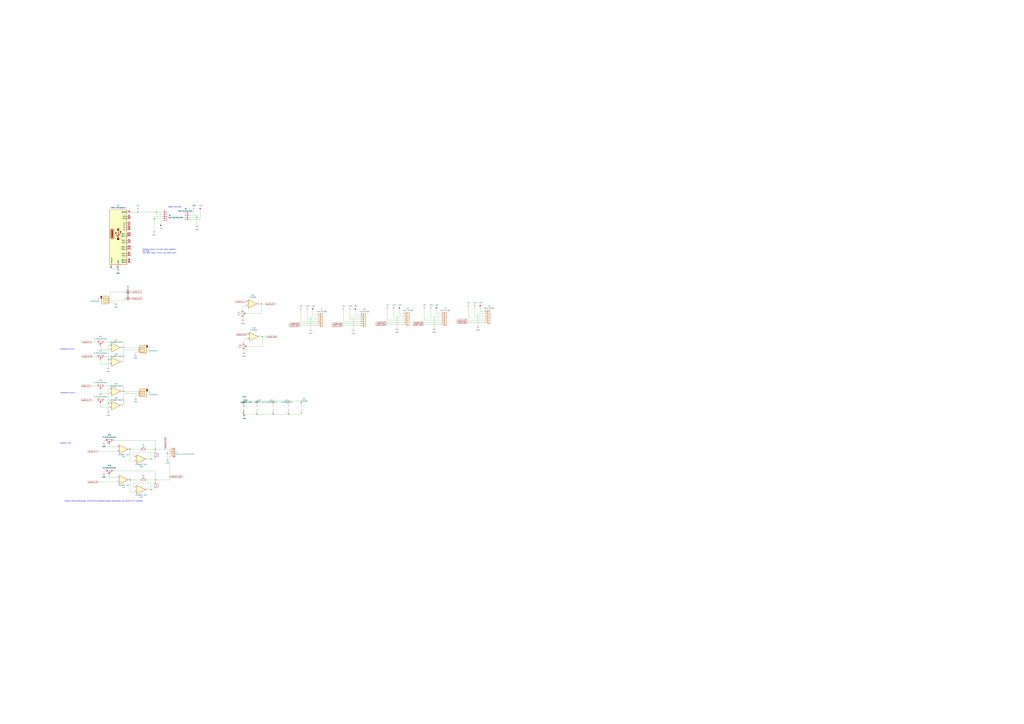
<source format=kicad_sch>
(kicad_sch (version 20211123) (generator eeschema)
  (paper "A0")
  (lib_symbols
    (symbol "Amplifier_Operational:LM358" (pin_names (offset 0.127))
      (property "Reference" "U" (at 0 5.08 0))
      (property "Value" "LM358" (at 0 -5.08 0))
      (symbol "LM358_1_1"
        (polyline (pts (xy -5.08 5.08) (xy 5.08 0) (xy -5.08 -5.08) (xy -5.08 5.08)) (stroke (width 0.254)) (fill (type background)))
        (pin output line (at 7.62 0 180) (length 2.54) (name "~") (number "1"))
        (pin input line (at -7.62 -2.54 0) (length 2.54) (name "-") (number "2"))
        (pin input line (at -7.62 2.54 0) (length 2.54) (name "+") (number "3"))
      )
      (symbol "LM358_2_1"
        (polyline (pts (xy -5.08 5.08) (xy 5.08 0) (xy -5.08 -5.08) (xy -5.08 5.08)) (stroke (width 0.254)) (fill (type background)))
        (pin input line (at -7.62 2.54 0) (length 2.54) (name "+") (number "5"))
        (pin input line (at -7.62 -2.54 0) (length 2.54) (name "-") (number "6"))
        (pin output line (at 7.62 0 180) (length 2.54) (name "~") (number "7"))
      )
      (symbol "LM358_3_1"
        (pin power_in line (at -2.54 -7.62 90) (length 3.81) (name "V-") (number "4"))
        (pin power_in line (at -2.54 7.62 270) (length 3.81) (name "V+") (number "8"))
      )
    )
    (symbol "Connector:AudioJack3"
      (property "Reference" "J" (at 0 8.89 0))
      (property "Value" "AudioJack3" (at 0 6.35 0))
      (symbol "AudioJack3_0_1"
        (rectangle (start -5.08 -5.08) (end -6.35 -2.54) (stroke (width 0.254)) (fill (type outline)))
        (polyline (pts (xy 0 -2.54) (xy 0.635 -3.175) (xy 1.27 -2.54) (xy 2.54 -2.54)) (stroke (width 0.254)))
        (polyline (pts (xy -1.905 -2.54) (xy -1.27 -3.175) (xy -0.635 -2.54) (xy -0.635 0) (xy 2.54 0)) (stroke (width 0.254)))
        (polyline (pts (xy 2.54 2.54) (xy -2.54 2.54) (xy -2.54 -2.54) (xy -3.175 -3.175) (xy -3.81 -2.54)) (stroke (width 0.254)))
        (rectangle (start 2.54 3.81) (end -5.08 -5.08) (stroke (width 0.254)) (fill (type background)))
      )
      (symbol "AudioJack3_1_1"
        (pin passive line (at 5.08 0 180) (length 2.54) (name "~") (number "R"))
        (pin passive line (at 5.08 2.54 180) (length 2.54) (name "~") (number "S"))
        (pin passive line (at 5.08 -2.54 180) (length 2.54) (name "~") (number "T"))
      )
    )
    (symbol "Connector:Conn_01x04_Male" (pin_names (offset 1.016) hide)
      (property "Reference" "J" (at 0 5.08 0))
      (property "Value" "Conn_01x04_Male" (at 0 -7.62 0))
      (symbol "Conn_01x04_Male_1_1"
        (polyline (pts (xy 1.27 -5.08) (xy 0.8636 -5.08)) (stroke (width 0.1524)))
        (polyline (pts (xy 1.27 -2.54) (xy 0.8636 -2.54)) (stroke (width 0.1524)))
        (polyline (pts (xy 1.27 0) (xy 0.8636 0)) (stroke (width 0.1524)))
        (polyline (pts (xy 1.27 2.54) (xy 0.8636 2.54)) (stroke (width 0.1524)))
        (rectangle (start 0.8636 -4.953) (end 0 -5.207) (stroke (width 0.1524)) (fill (type outline)))
        (rectangle (start 0.8636 -2.413) (end 0 -2.667) (stroke (width 0.1524)) (fill (type outline)))
        (rectangle (start 0.8636 0.127) (end 0 -0.127) (stroke (width 0.1524)) (fill (type outline)))
        (rectangle (start 0.8636 2.667) (end 0 2.413) (stroke (width 0.1524)) (fill (type outline)))
        (pin passive line (at 5.08 2.54 180) (length 3.81) (name "Pin_1") (number "1"))
        (pin passive line (at 5.08 0 180) (length 3.81) (name "Pin_2") (number "2"))
        (pin passive line (at 5.08 -2.54 180) (length 3.81) (name "Pin_3") (number "3"))
        (pin passive line (at 5.08 -5.08 180) (length 3.81) (name "Pin_4") (number "4"))
      )
    )
    (symbol "Connector:Conn_01x05_Male" (pin_names (offset 1.016) hide)
      (property "Reference" "J" (at 0 7.62 0))
      (property "Value" "Conn_01x05_Male" (at 0 -7.62 0))
      (symbol "Conn_01x05_Male_1_1"
        (polyline (pts (xy 1.27 -5.08) (xy 0.8636 -5.08)) (stroke (width 0.1524)))
        (polyline (pts (xy 1.27 -2.54) (xy 0.8636 -2.54)) (stroke (width 0.1524)))
        (polyline (pts (xy 1.27 0) (xy 0.8636 0)) (stroke (width 0.1524)))
        (polyline (pts (xy 1.27 2.54) (xy 0.8636 2.54)) (stroke (width 0.1524)))
        (polyline (pts (xy 1.27 5.08) (xy 0.8636 5.08)) (stroke (width 0.1524)))
        (rectangle (start 0.8636 -4.953) (end 0 -5.207) (stroke (width 0.1524)) (fill (type outline)))
        (rectangle (start 0.8636 -2.413) (end 0 -2.667) (stroke (width 0.1524)) (fill (type outline)))
        (rectangle (start 0.8636 0.127) (end 0 -0.127) (stroke (width 0.1524)) (fill (type outline)))
        (rectangle (start 0.8636 2.667) (end 0 2.413) (stroke (width 0.1524)) (fill (type outline)))
        (rectangle (start 0.8636 5.207) (end 0 4.953) (stroke (width 0.1524)) (fill (type outline)))
        (pin passive line (at 5.08 5.08 180) (length 3.81) (name "Pin_1") (number "1"))
        (pin passive line (at 5.08 2.54 180) (length 3.81) (name "Pin_2") (number "2"))
        (pin passive line (at 5.08 0 180) (length 3.81) (name "Pin_3") (number "3"))
        (pin passive line (at 5.08 -2.54 180) (length 3.81) (name "Pin_4") (number "4"))
        (pin passive line (at 5.08 -5.08 180) (length 3.81) (name "Pin_5") (number "5"))
      )
    )
    (symbol "Connector:Screw_Terminal_01x04" (pin_names (offset 1.016) hide)
      (property "Reference" "J" (at 0 5.08 0))
      (property "Value" "Screw_Terminal_01x04" (at 0 -7.62 0))
      (symbol "Screw_Terminal_01x04_1_1"
        (rectangle (start -1.27 3.81) (end 1.27 -6.35) (stroke (width 0.254)) (fill (type background)))
        (circle (center 0 -5.08) (radius 0.635) (stroke (width 0.1524)))
        (circle (center 0 -2.54) (radius 0.635) (stroke (width 0.1524)))
        (polyline (pts (xy -0.5334 -4.7498) (xy 0.3302 -5.588)) (stroke (width 0.1524)))
        (polyline (pts (xy -0.5334 -2.2098) (xy 0.3302 -3.048)) (stroke (width 0.1524)))
        (polyline (pts (xy -0.5334 0.3302) (xy 0.3302 -0.508)) (stroke (width 0.1524)))
        (polyline (pts (xy -0.5334 2.8702) (xy 0.3302 2.032)) (stroke (width 0.1524)))
        (polyline (pts (xy -0.3556 -4.572) (xy 0.508 -5.4102)) (stroke (width 0.1524)))
        (polyline (pts (xy -0.3556 -2.032) (xy 0.508 -2.8702)) (stroke (width 0.1524)))
        (polyline (pts (xy -0.3556 0.508) (xy 0.508 -0.3302)) (stroke (width 0.1524)))
        (polyline (pts (xy -0.3556 3.048) (xy 0.508 2.2098)) (stroke (width 0.1524)))
        (circle (center 0 0) (radius 0.635) (stroke (width 0.1524)))
        (circle (center 0 2.54) (radius 0.635) (stroke (width 0.1524)))
        (pin passive line (at -5.08 2.54 0) (length 3.81) (name "Pin_1") (number "1"))
        (pin passive line (at -5.08 0 0) (length 3.81) (name "Pin_2") (number "2"))
        (pin passive line (at -5.08 -2.54 0) (length 3.81) (name "Pin_3") (number "3"))
        (pin passive line (at -5.08 -5.08 0) (length 3.81) (name "Pin_4") (number "4"))
      )
    )
    (symbol "Connector:USB_C_Receptacle" (pin_names (offset 1.016))
      (property "Reference" "J" (at -10.16 29.21 0))
      (property "Value" "USB_C_Receptacle" (at 10.16 29.21 0))
      (symbol "USB_C_Receptacle_0_0"
        (rectangle (start -0.254 -35.56) (end 0.254 -34.544))
        (rectangle (start 10.16 -32.766) (end 9.144 -33.274))
        (rectangle (start 10.16 -30.226) (end 9.144 -30.734))
        (rectangle (start 10.16 -25.146) (end 9.144 -25.654))
        (rectangle (start 10.16 -22.606) (end 9.144 -23.114))
        (rectangle (start 10.16 -17.526) (end 9.144 -18.034))
        (rectangle (start 10.16 -14.986) (end 9.144 -15.494))
        (rectangle (start 10.16 -9.906) (end 9.144 -10.414))
        (rectangle (start 10.16 -7.366) (end 9.144 -7.874))
        (rectangle (start 10.16 -2.286) (end 9.144 -2.794))
        (rectangle (start 10.16 0.254) (end 9.144 -0.254))
        (rectangle (start 10.16 5.334) (end 9.144 4.826))
        (rectangle (start 10.16 7.874) (end 9.144 7.366))
        (rectangle (start 10.16 10.414) (end 9.144 9.906))
        (rectangle (start 10.16 12.954) (end 9.144 12.446))
        (rectangle (start 10.16 18.034) (end 9.144 17.526))
        (rectangle (start 10.16 20.574) (end 9.144 20.066))
        (rectangle (start 10.16 25.654) (end 9.144 25.146))
      )
      (symbol "USB_C_Receptacle_0_1"
        (rectangle (start -10.16 27.94) (end 10.16 -35.56) (stroke (width 0.254)) (fill (type background)))
        (arc (start -8.89 -3.81) (mid -6.985 -5.715) (end -5.08 -3.81) (stroke (width 0.508)))
        (arc (start -7.62 -3.81) (mid -6.985 -4.445) (end -6.35 -3.81) (stroke (width 0.254)))
        (arc (start -7.62 -3.81) (mid -6.985 -4.445) (end -6.35 -3.81) (stroke (width 0.254)) (fill (type outline)))
        (rectangle (start -7.62 -3.81) (end -6.35 3.81) (stroke (width 0.254)) (fill (type outline)))
        (arc (start -6.35 3.81) (mid -6.985 4.445) (end -7.62 3.81) (stroke (width 0.254)))
        (arc (start -6.35 3.81) (mid -6.985 4.445) (end -7.62 3.81) (stroke (width 0.254)) (fill (type outline)))
        (arc (start -5.08 3.81) (mid -6.985 5.715) (end -8.89 3.81) (stroke (width 0.508)))
        (polyline (pts (xy -8.89 -3.81) (xy -8.89 3.81)) (stroke (width 0.508)))
        (polyline (pts (xy -5.08 3.81) (xy -5.08 -3.81)) (stroke (width 0.508)))
      )
      (symbol "USB_C_Receptacle_1_1"
        (circle (center -2.54 1.143) (radius 0.635) (stroke (width 0.254)) (fill (type outline)))
        (circle (center 0 -5.842) (radius 1.27) (fill (type outline)))
        (polyline (pts (xy 0 -5.842) (xy 0 4.318)) (stroke (width 0.508)))
        (polyline (pts (xy 0 -3.302) (xy -2.54 -0.762) (xy -2.54 0.508)) (stroke (width 0.508)))
        (polyline (pts (xy 0 -2.032) (xy 2.54 0.508) (xy 2.54 1.778)) (stroke (width 0.508)))
        (polyline (pts (xy -1.27 4.318) (xy 0 6.858) (xy 1.27 4.318) (xy -1.27 4.318)) (stroke (width 0.254)) (fill (type outline)))
        (rectangle (start 1.905 1.778) (end 3.175 3.048) (stroke (width 0.254)) (fill (type outline)))
        (pin passive line (at 0 -40.64 90) (length 5.08) (name "GND") (number "A1"))
        (pin bidirectional line (at 15.24 -15.24 180) (length 5.08) (name "RX2-") (number "A10"))
        (pin bidirectional line (at 15.24 -17.78 180) (length 5.08) (name "RX2+") (number "A11"))
        (pin passive line (at 0 -40.64 90) (length 5.08) hide (name "GND") (number "A12"))
        (pin bidirectional line (at 15.24 -10.16 180) (length 5.08) (name "TX1+") (number "A2"))
        (pin bidirectional line (at 15.24 -7.62 180) (length 5.08) (name "TX1-") (number "A3"))
        (pin passive line (at 15.24 25.4 180) (length 5.08) (name "VBUS") (number "A4"))
        (pin bidirectional line (at 15.24 20.32 180) (length 5.08) (name "CC1") (number "A5"))
        (pin bidirectional line (at 15.24 7.62 180) (length 5.08) (name "D+") (number "A6"))
        (pin bidirectional line (at 15.24 12.7 180) (length 5.08) (name "D-") (number "A7"))
        (pin bidirectional line (at 15.24 -30.48 180) (length 5.08) (name "SBU1") (number "A8"))
        (pin passive line (at 15.24 25.4 180) (length 5.08) hide (name "VBUS") (number "A9"))
        (pin passive line (at 0 -40.64 90) (length 5.08) hide (name "GND") (number "B1"))
        (pin bidirectional line (at 15.24 0 180) (length 5.08) (name "RX1-") (number "B10"))
        (pin bidirectional line (at 15.24 -2.54 180) (length 5.08) (name "RX1+") (number "B11"))
        (pin passive line (at 0 -40.64 90) (length 5.08) hide (name "GND") (number "B12"))
        (pin bidirectional line (at 15.24 -25.4 180) (length 5.08) (name "TX2+") (number "B2"))
        (pin bidirectional line (at 15.24 -22.86 180) (length 5.08) (name "TX2-") (number "B3"))
        (pin passive line (at 15.24 25.4 180) (length 5.08) hide (name "VBUS") (number "B4"))
        (pin bidirectional line (at 15.24 17.78 180) (length 5.08) (name "CC2") (number "B5"))
        (pin bidirectional line (at 15.24 5.08 180) (length 5.08) (name "D+") (number "B6"))
        (pin bidirectional line (at 15.24 10.16 180) (length 5.08) (name "D-") (number "B7"))
        (pin bidirectional line (at 15.24 -33.02 180) (length 5.08) (name "SBU2") (number "B8"))
        (pin passive line (at 15.24 25.4 180) (length 5.08) hide (name "VBUS") (number "B9"))
        (pin passive line (at -7.62 -40.64 90) (length 5.08) (name "SHIELD") (number "S1"))
      )
    )
    (symbol "Connector_Generic:Conn_01x06" (pin_names (offset 1.016) hide)
      (property "Reference" "J" (at 0 7.62 0))
      (property "Value" "Conn_01x06" (at 0 -10.16 0))
      (symbol "Conn_01x06_1_1"
        (rectangle (start -1.27 -7.493) (end 0 -7.747) (stroke (width 0.1524)))
        (rectangle (start -1.27 -4.953) (end 0 -5.207) (stroke (width 0.1524)))
        (rectangle (start -1.27 -2.413) (end 0 -2.667) (stroke (width 0.1524)))
        (rectangle (start -1.27 0.127) (end 0 -0.127) (stroke (width 0.1524)))
        (rectangle (start -1.27 2.667) (end 0 2.413) (stroke (width 0.1524)))
        (rectangle (start -1.27 5.207) (end 0 4.953) (stroke (width 0.1524)))
        (rectangle (start -1.27 6.35) (end 1.27 -8.89) (stroke (width 0.254)) (fill (type background)))
        (pin passive line (at -5.08 5.08 0) (length 3.81) (name "Pin_1") (number "1"))
        (pin passive line (at -5.08 2.54 0) (length 3.81) (name "Pin_2") (number "2"))
        (pin passive line (at -5.08 0 0) (length 3.81) (name "Pin_3") (number "3"))
        (pin passive line (at -5.08 -2.54 0) (length 3.81) (name "Pin_4") (number "4"))
        (pin passive line (at -5.08 -5.08 0) (length 3.81) (name "Pin_5") (number "5"))
        (pin passive line (at -5.08 -7.62 0) (length 3.81) (name "Pin_6") (number "6"))
      )
    )
    (symbol "Device:C" (pin_numbers hide) (pin_names (offset 0.254))
      (property "Reference" "C" (at 0.635 2.54 0))
      (property "Value" "C" (at 0.635 -2.54 0))
      (symbol "C_0_1"
        (polyline (pts (xy -2.032 -0.762) (xy 2.032 -0.762)) (stroke (width 0.508)))
        (polyline (pts (xy -2.032 0.762) (xy 2.032 0.762)) (stroke (width 0.508)))
      )
      (symbol "C_1_1"
        (pin passive line (at 0 3.81 270) (length 2.794) (name "~") (number "1"))
        (pin passive line (at 0 -3.81 90) (length 2.794) (name "~") (number "2"))
      )
    )
    (symbol "Device:R" (pin_numbers hide) (pin_names (offset 0))
      (property "Reference" "R" (at 2.032 0 90))
      (property "Value" "R" (at 0 0 90))
      (symbol "R_0_1"
        (rectangle (start -1.016 -2.54) (end 1.016 2.54) (stroke (width 0.254)))
      )
      (symbol "R_1_1"
        (pin passive line (at 0 3.81 270) (length 1.27) (name "~") (number "1"))
        (pin passive line (at 0 -3.81 90) (length 1.27) (name "~") (number "2"))
      )
    )
    (symbol "Device:R_Potentiometer" (pin_names (offset 1.016) hide)
      (property "Reference" "RV" (at -4.445 0 90))
      (property "Value" "R_Potentiometer" (at -2.54 0 90))
      (symbol "R_Potentiometer_0_1"
        (polyline (pts (xy 2.54 0) (xy 1.524 0)))
        (polyline (pts (xy 1.143 0) (xy 2.286 0.508) (xy 2.286 -0.508) (xy 1.143 0)) (fill (type outline)))
        (rectangle (start 1.016 2.54) (end -1.016 -2.54) (stroke (width 0.254)))
      )
      (symbol "R_Potentiometer_1_1"
        (pin passive line (at 0 3.81 270) (length 1.27) (name "1") (number "1"))
        (pin passive line (at 3.81 0 180) (length 1.27) (name "2") (number "2"))
        (pin passive line (at 0 -3.81 90) (length 1.27) (name "3") (number "3"))
      )
    )
    (symbol "power:+15V" (power) (pin_names (offset 0))
      (property "Value" "+15V" (at 0 3.556 0))
      (symbol "+15V_0_1"
        (polyline (pts (xy -0.762 1.27) (xy 0 2.54)))
        (polyline (pts (xy 0 0) (xy 0 2.54)))
        (polyline (pts (xy 0 2.54) (xy 0.762 1.27)))
      )
      (symbol "+15V_1_1"
        (pin power_in line (at 0 0 90) (length 0) hide (name "+15V") (number "1"))
      )
    )
    (symbol "power:+5V" (power) (pin_names (offset 0))
      (property "Value" "+5V" (at 0 3.556 0))
      (symbol "+5V_0_1"
        (polyline (pts (xy -0.762 1.27) (xy 0 2.54)))
        (polyline (pts (xy 0 0) (xy 0 2.54)))
        (polyline (pts (xy 0 2.54) (xy 0.762 1.27)))
      )
      (symbol "+5V_1_1"
        (pin power_in line (at 0 0 90) (length 0) hide (name "+5V") (number "1"))
      )
    )
    (symbol "power:-15V" (power) (pin_names (offset 0))
      (property "Value" "-15V" (at 0 3.81 0))
      (symbol "-15V_0_0"
        (pin power_in line (at 0 0 90) (length 0) hide (name "-15V") (number "1"))
      )
      (symbol "-15V_0_1"
        (polyline (pts (xy 0 0) (xy 0 1.27) (xy 0.762 1.27) (xy 0 2.54) (xy -0.762 1.27) (xy 0 1.27)) (fill (type outline)))
      )
    )
    (symbol "power:-5V" (power) (pin_names (offset 0))
      (property "Value" "-5V" (at 0 3.81 0))
      (symbol "-5V_0_0"
        (pin power_in line (at 0 0 90) (length 0) hide (name "-5V") (number "1"))
      )
      (symbol "-5V_0_1"
        (polyline (pts (xy 0 0) (xy 0 1.27) (xy 0.762 1.27) (xy 0 2.54) (xy -0.762 1.27) (xy 0 1.27)) (fill (type outline)))
      )
    )
    (symbol "power:GND" (power) (pin_names (offset 0))
      (property "Value" "GND" (at 0 -3.81 0))
      (symbol "GND_0_1"
        (polyline (pts (xy 0 0) (xy 0 -1.27) (xy 1.27 -1.27) (xy 0 -2.54) (xy -1.27 -1.27) (xy 0 -1.27)))
      )
      (symbol "GND_1_1"
        (pin power_in line (at 0 0 270) (length 0) hide (name "GND") (number "1"))
      )
    )
  )
  (junction (at 194.31 527.05))
  (junction (at 143.51 414.02))
  (junction (at 298.45 481.33))
  (junction (at 143.51 403.86))
  (junction (at 283.21 481.33))
  (junction (at 317.5 466.09))
  (junction (at 151.13 521.97))
  (junction (at 125.73 468.63))
  (junction (at 180.34 521.97))
  (junction (at 228.6 252.73))
  (junction (at 335.28 466.09))
  (junction (at 151.13 557.53))
  (junction (at 181.61 246.38))
  (junction (at 335.28 481.33))
  (junction (at 160.02 246.38))
  (junction (at 125.73 417.83))
  (junction (at 303.53 353.06))
  (junction (at 304.8 391.16))
  (junction (at 175.26 533.4))
  (junction (at 298.45 466.09))
  (junction (at 283.21 466.09))
  (junction (at 317.5 481.33))
  (junction (at 175.26 568.96))
  (junction (at 143.51 454.66))
  (junction (at 137.16 312.42))
  (junction (at 143.51 464.82))
  (junction (at 179.07 254))
  (junction (at 180.34 557.53))
  (wire (pts (xy 125.73 468.63) (xy 125.73 477.52)))
  (wire (pts (xy 171.45 533.4) (xy 175.26 533.4)))
  (wire (pts (xy 116.84 468.63) (xy 116.84 473.71)))
  (wire (pts (xy 143.51 414.02) (xy 143.51 406.4)))
  (wire (pts (xy 363.22 360.68) (xy 363.22 365.76)))
  (wire (pts (xy 125.73 468.63) (xy 127 468.63)))
  (wire (pts (xy 120.65 414.02) (xy 143.51 414.02)))
  (wire (pts (xy 170.18 521.97) (xy 180.34 521.97)))
  (wire (pts (xy 125.73 401.32) (xy 125.73 417.83)))
  (wire (pts (xy 317.5 481.33) (xy 335.28 481.33)))
  (wire (pts (xy 120.65 511.81) (xy 120.65 514.35)))
  (wire (pts (xy 116.84 401.32) (xy 116.84 406.4)))
  (wire (pts (xy 180.34 557.53) (xy 180.34 547.37)))
  (wire (pts (xy 175.26 561.34) (xy 154.94 561.34)))
  (wire (pts (xy 106.68 448.31) (xy 113.03 448.31)))
  (wire (pts (xy 143.51 464.82) (xy 143.51 471.17)))
  (wire (pts (xy 302.26 391.16) (xy 304.8 391.16)))
  (wire (pts (xy 368.3 370.84) (xy 356.87 370.84)))
  (wire (pts (xy 152.4 246.38) (xy 160.02 246.38)))
  (wire (pts (xy 120.65 397.51) (xy 143.51 397.51)))
  (wire (pts (xy 281.94 355.6) (xy 285.75 355.6)))
  (wire (pts (xy 468.63 369.57) (xy 457.2 369.57)))
  (wire (pts (xy 224.79 243.84) (xy 224.79 247.65)))
  (wire (pts (xy 127 401.32) (xy 125.73 401.32)))
  (wire (pts (xy 151.13 571.5) (xy 156.21 571.5)))
  (wire (pts (xy 181.61 246.38) (xy 189.23 246.38)))
  (wire (pts (xy 562.61 364.49) (xy 554.99 364.49)))
  (wire (pts (xy 123.19 511.81) (xy 120.65 511.81)))
  (wire (pts (xy 127 515.62) (xy 127 519.43)))
  (wire (pts (xy 232.41 243.84) (xy 232.41 255.27)))
  (wire (pts (xy 281.94 368.3) (xy 281.94 370.84)))
  (wire (pts (xy 219.71 252.73) (xy 228.6 252.73)))
  (wire (pts (xy 417.83 373.38) (xy 398.78 373.38)))
  (wire (pts (xy 283.21 406.4) (xy 283.21 408.94)))
  (wire (pts (xy 468.63 377.19) (xy 448.31 377.19)))
  (wire (pts (xy 304.8 391.16) (xy 309.88 391.16)))
  (wire (pts (xy 349.25 360.68) (xy 349.25 373.38)))
  (wire (pts (xy 219.71 247.65) (xy 224.79 247.65)))
  (wire (pts (xy 228.6 250.19) (xy 228.6 252.73)))
  (wire (pts (xy 368.3 373.38) (xy 349.25 373.38)))
  (wire (pts (xy 186.69 256.54) (xy 186.69 260.35)))
  (wire (pts (xy 160.02 454.66) (xy 143.51 454.66)))
  (wire (pts (xy 154.94 561.34) (xy 154.94 566.42)))
  (wire (pts (xy 143.51 471.17) (xy 142.24 471.17)))
  (wire (pts (xy 143.51 406.4) (xy 160.02 406.4)))
  (wire (pts (xy 175.26 568.96) (xy 175.26 561.34)))
  (wire (pts (xy 468.63 374.65) (xy 448.31 374.65)))
  (wire (pts (xy 511.81 374.65) (xy 491.49 374.65)))
  (wire (pts (xy 368.3 365.76) (xy 363.22 365.76)))
  (wire (pts (xy 511.81 369.57) (xy 500.38 369.57)))
  (wire (pts (xy 468.63 367.03) (xy 461.01 367.03)))
  (wire (pts (xy 180.34 557.53) (xy 180.34 560.07)))
  (wire (pts (xy 181.61 248.92) (xy 189.23 248.92)))
  (wire (pts (xy 154.94 525.78) (xy 154.94 530.86)))
  (wire (pts (xy 303.53 353.06) (xy 308.61 353.06)))
  (wire (pts (xy 181.61 246.38) (xy 181.61 248.92)))
  (wire (pts (xy 557.53 356.87) (xy 557.53 361.95)))
  (wire (pts (xy 219.71 255.27) (xy 232.41 255.27)))
  (wire (pts (xy 143.51 403.86) (xy 142.24 403.86)))
  (wire (pts (xy 151.13 535.94) (xy 156.21 535.94)))
  (wire (pts (xy 283.21 481.33) (xy 298.45 481.33)))
  (wire (pts (xy 151.13 557.53) (xy 151.13 571.5)))
  (wire (pts (xy 180.34 557.53) (xy 196.85 557.53)))
  (wire (pts (xy 194.31 527.05) (xy 196.85 527.05)))
  (wire (pts (xy 511.81 364.49) (xy 506.73 364.49)))
  (wire (pts (xy 125.73 452.12) (xy 125.73 468.63)))
  (wire (pts (xy 551.18 356.87) (xy 551.18 367.03)))
  (wire (pts (xy 125.73 417.83) (xy 125.73 426.72)))
  (wire (pts (xy 154.94 530.86) (xy 156.21 530.86)))
  (wire (pts (xy 144.78 349.25) (xy 144.78 346.71)))
  (wire (pts (xy 143.51 420.37) (xy 142.24 420.37)))
  (wire (pts (xy 196.85 524.51) (xy 194.31 524.51)))
  (wire (pts (xy 160.02 459.74) (xy 157.48 459.74)))
  (wire (pts (xy 228.6 252.73) (xy 228.6 261.62)))
  (wire (pts (xy 128.27 339.09) (xy 144.78 339.09)))
  (wire (pts (xy 468.63 372.11) (xy 449.58 372.11)))
  (wire (pts (xy 130.81 547.37) (xy 180.34 547.37)))
  (wire (pts (xy 179.07 254) (xy 179.07 267.97)))
  (wire (pts (xy 554.99 364.49) (xy 554.99 378.46)))
  (wire (pts (xy 175.26 533.4) (xy 175.26 525.78)))
  (wire (pts (xy 114.3 560.07) (xy 135.89 560.07)))
  (wire (pts (xy 504.19 367.03) (xy 504.19 381)))
  (wire (pts (xy 129.54 312.42) (xy 137.16 312.42)))
  (wire (pts (xy 189.23 251.46) (xy 179.07 251.46)))
  (wire (pts (xy 368.3 378.46) (xy 347.98 378.46)))
  (wire (pts (xy 171.45 568.96) (xy 175.26 568.96)))
  (wire (pts (xy 180.34 533.4) (xy 180.34 532.13)))
  (wire (pts (xy 157.48 408.94) (xy 157.48 411.48)))
  (wire (pts (xy 410.21 368.3) (xy 410.21 382.27)))
  (wire (pts (xy 157.48 459.74) (xy 157.48 462.28)))
  (wire (pts (xy 449.58 359.41) (xy 449.58 372.11)))
  (wire (pts (xy 417.83 365.76) (xy 412.75 365.76)))
  (wire (pts (xy 500.38 359.41) (xy 500.38 369.57)))
  (wire (pts (xy 116.84 452.12) (xy 116.84 457.2)))
  (wire (pts (xy 128.27 349.25) (xy 144.78 349.25)))
  (wire (pts (xy 170.18 557.53) (xy 180.34 557.53)))
  (wire (pts (xy 106.68 414.02) (xy 113.03 414.02)))
  (wire (pts (xy 304.8 402.59) (xy 287.02 402.59)))
  (wire (pts (xy 417.83 368.3) (xy 410.21 368.3)))
  (wire (pts (xy 461.01 367.03) (xy 461.01 381)))
  (wire (pts (xy 127 551.18) (xy 127 554.99)))
  (wire (pts (xy 114.3 524.51) (xy 135.89 524.51)))
  (wire (pts (xy 360.68 368.3) (xy 360.68 382.27)))
  (wire (pts (xy 194.31 527.05) (xy 194.31 533.4)))
  (wire (pts (xy 194.31 524.51) (xy 194.31 527.05)))
  (wire (pts (xy 417.83 378.46) (xy 397.51 378.46)))
  (wire (pts (xy 298.45 481.33) (xy 317.5 481.33)))
  (wire (pts (xy 180.34 521.97) (xy 180.34 524.51)))
  (wire (pts (xy 154.94 566.42) (xy 156.21 566.42)))
  (wire (pts (xy 562.61 369.57) (xy 543.56 369.57)))
  (wire (pts (xy 196.85 529.59) (xy 196.85 557.53)))
  (wire (pts (xy 417.83 370.84) (xy 406.4 370.84)))
  (wire (pts (xy 506.73 359.41) (xy 506.73 364.49)))
  (wire (pts (xy 304.8 391.16) (xy 304.8 402.59)))
  (wire (pts (xy 180.34 521.97) (xy 196.85 521.97)))
  (wire (pts (xy 179.07 254) (xy 189.23 254)))
  (wire (pts (xy 457.2 359.41) (xy 457.2 369.57)))
  (wire (pts (xy 128.27 351.79) (xy 134.62 351.79)))
  (wire (pts (xy 562.61 367.03) (xy 551.18 367.03)))
  (wire (pts (xy 106.68 464.82) (xy 113.03 464.82)))
  (wire (pts (xy 106.68 397.51) (xy 113.03 397.51)))
  (wire (pts (xy 356.87 360.68) (xy 356.87 370.84)))
  (wire (pts (xy 300.99 353.06) (xy 303.53 353.06)))
  (wire (pts (xy 179.07 251.46) (xy 179.07 254)))
  (wire (pts (xy 511.81 372.11) (xy 492.76 372.11)))
  (wire (pts (xy 303.53 353.06) (xy 303.53 364.49)))
  (wire (pts (xy 562.61 361.95) (xy 557.53 361.95)))
  (wire (pts (xy 189.23 256.54) (xy 186.69 256.54)))
  (wire (pts (xy 127 554.99) (xy 135.89 554.99)))
  (wire (pts (xy 492.76 359.41) (xy 492.76 372.11)))
  (wire (pts (xy 116.84 473.71) (xy 127 473.71)))
  (wire (pts (xy 283.21 398.78) (xy 283.21 393.7)))
  (wire (pts (xy 180.34 521.97) (xy 180.34 511.81)))
  (wire (pts (xy 143.51 414.02) (xy 143.51 420.37)))
  (wire (pts (xy 120.65 464.82) (xy 143.51 464.82)))
  (wire (pts (xy 463.55 359.41) (xy 463.55 364.49)))
  (wire (pts (xy 128.27 346.71) (xy 128.27 339.09)))
  (wire (pts (xy 116.84 422.91) (xy 127 422.91)))
  (wire (pts (xy 283.21 393.7) (xy 287.02 393.7)))
  (wire (pts (xy 143.51 464.82) (xy 143.51 457.2)))
  (wire (pts (xy 127 519.43) (xy 135.89 519.43)))
  (wire (pts (xy 143.51 448.31) (xy 143.51 454.66)))
  (wire (pts (xy 160.02 408.94) (xy 157.48 408.94)))
  (wire (pts (xy 120.65 547.37) (xy 120.65 549.91)))
  (wire (pts (xy 116.84 457.2) (xy 127 457.2)))
  (wire (pts (xy 283.21 466.09) (xy 298.45 466.09)))
  (wire (pts (xy 335.28 481.33) (xy 350.52 481.33)))
  (wire (pts (xy 143.51 454.66) (xy 142.24 454.66)))
  (wire (pts (xy 219.71 250.19) (xy 228.6 250.19)))
  (wire (pts (xy 562.61 372.11) (xy 542.29 372.11)))
  (wire (pts (xy 398.78 360.68) (xy 398.78 373.38)))
  (wire (pts (xy 468.63 364.49) (xy 463.55 364.49)))
  (wire (pts (xy 151.13 521.97) (xy 151.13 535.94)))
  (wire (pts (xy 160.02 246.38) (xy 181.61 246.38)))
  (wire (pts (xy 125.73 417.83) (xy 127 417.83)))
  (wire (pts (xy 120.65 448.31) (xy 143.51 448.31)))
  (wire (pts (xy 317.5 466.09) (xy 335.28 466.09)))
  (wire (pts (xy 143.51 457.2) (xy 160.02 457.2)))
  (wire (pts (xy 160.02 246.38) (xy 160.02 243.84)))
  (wire (pts (xy 368.3 375.92) (xy 347.98 375.92)))
  (wire (pts (xy 175.26 568.96) (xy 180.34 568.96)))
  (wire (pts (xy 543.56 356.87) (xy 543.56 369.57)))
  (wire (pts (xy 151.13 521.97) (xy 162.56 521.97)))
  (wire (pts (xy 511.81 377.19) (xy 491.49 377.19)))
  (wire (pts (xy 175.26 525.78) (xy 154.94 525.78)))
  (wire (pts (xy 175.26 533.4) (xy 180.34 533.4)))
  (wire (pts (xy 412.75 360.68) (xy 412.75 365.76)))
  (wire (pts (xy 160.02 403.86) (xy 143.51 403.86)))
  (wire (pts (xy 281.94 360.68) (xy 281.94 355.6)))
  (wire (pts (xy 116.84 417.83) (xy 116.84 422.91)))
  (wire (pts (xy 143.51 397.51) (xy 143.51 403.86)))
  (wire (pts (xy 127 452.12) (xy 125.73 452.12)))
  (wire (pts (xy 130.81 511.81) (xy 180.34 511.81)))
  (wire (pts (xy 368.3 368.3) (xy 360.68 368.3)))
  (wire (pts (xy 116.84 406.4) (xy 127 406.4)))
  (wire (pts (xy 151.13 557.53) (xy 162.56 557.53)))
  (wire (pts (xy 406.4 360.68) (xy 406.4 370.84)))
  (wire (pts (xy 335.28 466.09) (xy 350.52 466.09)))
  (wire (pts (xy 180.34 568.96) (xy 180.34 567.69)))
  (wire (pts (xy 562.61 374.65) (xy 542.29 374.65)))
  (wire (pts (xy 417.83 375.92) (xy 397.51 375.92)))
  (wire (pts (xy 123.19 547.37) (xy 120.65 547.37)))
  (wire (pts (xy 511.81 367.03) (xy 504.19 367.03)))
  (wire (pts (xy 298.45 466.09) (xy 317.5 466.09)))
  (wire (pts (xy 303.53 364.49) (xy 285.75 364.49)))
  (text "Headphone Amp 2" (at 69.85 457.2 0) (effects (font (size 1.27 1.27)) (justify left bottom)))
  (text "Speaker Amp" (at 69.85 515.62 0) (effects (font (size 1.27 1.27)) (justify left bottom)))
  (text "Headphone Amp 1" (at 69.85 406.4 0) (effects (font (size 1.27 1.27)) (justify left bottom)))
  (text "https://e2e.ti.com/blogs_/archives/b/thesignal/posts/paralleling-op-amps-is-it-possible" (at 74.93 582.93 0) (effects (font (size 1.27 1.27)) (justify left bottom)))
  (text "Boost Converter" (at 195.58 241.3 0) (effects (font (size 1.27 1.27)) (justify left bottom)))
  (text "Probably should be done more properly.\nToo bard.\nJust don't plug it into a low power port" (at 165.1 294.64 0) (effects (font (size 1.27 1.27)) (justify left bottom)))
  (global_label "audio_in_R" (shape input) (at 114.3 560.07 180) (property "Intersheet References" "${INTERSHEET_REFS}" (effects hide)))
  (global_label "audio_in_L" (shape output) (at 106.68 397.51 180) (property "Intersheet References" "${INTERSHEET_REFS}" (effects hide)))
  (global_label "audio_right" (shape output) (at 491.49 377.19 180) (property "Intersheet References" "${INTERSHEET_REFS}" (effects hide)))
  (global_label "audio_in_R" (shape output) (at 106.68 414.02 180) (property "Intersheet References" "${INTERSHEET_REFS}" (effects hide)))
  (global_label "audio_lefT" (shape output) (at 397.51 375.92 180) (property "Intersheet References" "${INTERSHEET_REFS}" (effects hide)))
  (global_label "audio_lefT" (shape output) (at 308.61 353.06 0) (property "Intersheet References" "${INTERSHEET_REFS}" (effects hide)))
  (global_label "audio_in_L" (shape input) (at 114.3 524.51 180) (property "Intersheet References" "${INTERSHEET_REFS}" (effects hide)))
  (global_label "audio_right" (shape output) (at 347.98 378.46 180) (property "Intersheet References" "${INTERSHEET_REFS}" (effects hide)))
  (global_label "speaker_right" (shape input) (at 196.85 553.72 0) (property "Intersheet References" "${INTERSHEET_REFS}" (effects hide)))
  (global_label "audio_lefT" (shape output) (at 347.98 375.92 180) (property "Intersheet References" "${INTERSHEET_REFS}" (effects hide)))
  (global_label "audio_right" (shape output) (at 397.51 378.46 180) (property "Intersheet References" "${INTERSHEET_REFS}" (effects hide)))
  (global_label "audio_right" (shape output) (at 309.88 391.16 0) (property "Intersheet References" "${INTERSHEET_REFS}" (effects hide)))
  (global_label "speaker_left" (shape input) (at 191.77 521.97 90) (property "Intersheet References" "${INTERSHEET_REFS}" (effects hide)))
  (global_label "audio_right" (shape output) (at 542.29 374.65 180) (property "Intersheet References" "${INTERSHEET_REFS}" (effects hide)))
  (global_label "audio_in_R" (shape input) (at 106.68 464.82 180) (property "Intersheet References" "${INTERSHEET_REFS}" (effects hide)))
  (global_label "audio_lefT" (shape output) (at 542.29 372.11 180) (property "Intersheet References" "${INTERSHEET_REFS}" (effects hide)))
  (global_label "audio_in_R" (shape input) (at 287.02 388.62 180) (property "Intersheet References" "${INTERSHEET_REFS}" (effects hide)))
  (global_label "audio_in_L" (shape input) (at 285.75 350.52 180) (property "Intersheet References" "${INTERSHEET_REFS}" (effects hide)))
  (global_label "audio_in_L" (shape input) (at 152.4 339.09 0) (property "Intersheet References" "${INTERSHEET_REFS}" (effects hide)))
  (global_label "audio_lefT" (shape output) (at 448.31 374.65 180) (property "Intersheet References" "${INTERSHEET_REFS}" (effects hide)))
  (global_label "audio_in_R" (shape input) (at 152.4 346.71 0) (property "Intersheet References" "${INTERSHEET_REFS}" (effects hide)))
  (global_label "audio_right" (shape output) (at 448.31 377.19 180) (property "Intersheet References" "${INTERSHEET_REFS}" (effects hide)))
  (global_label "audio_in_L" (shape input) (at 106.68 448.31 180) (property "Intersheet References" "${INTERSHEET_REFS}" (effects hide)))
  (global_label "audio_lefT" (shape output) (at 491.49 374.65 180) (property "Intersheet References" "${INTERSHEET_REFS}" (effects hide)))
  (symbol (lib_id "power:GND") (at 228.6 261.62 0) (unit 1)
    (property "Reference" "#PWR0125" (effects hide))
    (property "Value" "GND" (at 228.6 266.7 0))
  )
  (symbol (lib_id "power:+5V") (at 349.25 360.68 0) (mirror y) (unit 1)
    (property "Reference" "#PWR016" (effects hide))
    (property "Value" "+5V" (at 349.25 355.6 0))
  )
  (symbol (lib_id "power:+15V") (at 406.4 360.68 0) (mirror y) (unit 1)
    (property "Reference" "#PWR0120" (effects hide))
    (property "Value" "+15V" (at 406.4 355.6 0))
  )
  (symbol (lib_id "power:GND") (at 179.07 267.97 0) (unit 1)
    (property "Reference" "#PWR01" (effects hide))
    (property "Value" "GND" (at 179.07 273.05 0))
  )
  (symbol (lib_id "power:-15V") (at 506.73 359.41 0) (mirror y) (unit 1)
    (property "Reference" "#PWR0115" (effects hide))
    (property "Value" "-15V" (at 506.73 354.33 0))
  )
  (symbol (lib_id "Connector_Generic:Conn_01x06") (at 567.69 369.57 0) (mirror x) (unit 1)
    (property "Reference" "J13" (at 567.69 355.6 0))
    (property "Value" "Conn_01x06" (at 567.69 358.14 0))
    (property "Footprint" "Connector_PinHeader_2.54mm:PinHeader_1x06_P2.54mm_Vertical" (effects hide))
  )
  (symbol (lib_id "Connector_Generic:Conn_01x06") (at 473.71 372.11 0) (mirror x) (unit 1)
    (property "Reference" "J11" (at 473.71 358.14 0))
    (property "Value" "Conn_01x06" (at 473.71 360.68 0))
    (property "Footprint" "Connector_PinHeader_2.54mm:PinHeader_1x06_P2.54mm_Vertical" (effects hide))
  )
  (symbol (lib_id "Device:R_Potentiometer") (at 116.84 397.51 270) (unit 1)
    (property "Reference" "RV1" (at 116.84 391.16 90))
    (property "Value" "R_Potentiometer" (at 116.84 393.7 90))
    (property "Footprint" "Potentiometer_THT:Potentiometer_Runtron_RM-065_Vertical" (effects hide))
  )
  (symbol (lib_id "Amplifier_Operational:LM358") (at 300.99 473.71 0) (unit 3)
    (property "Reference" "U2" (at 300.99 464.9302 0))
    (property "Value" "LM4565F-GE2" (at 300.99 467.36 0))
    (property "Footprint" "Package_SO:SOP-8_3.9x4.9mm_P1.27mm" (effects hide))
    (property "Datasheet" "http://www.ti.com/lit/ds/symlink/lm2904-n.pdf" (effects hide))
  )
  (symbol (lib_id "power:GND") (at 554.99 378.46 0) (mirror y) (unit 1)
    (property "Reference" "#PWR0119" (effects hide))
    (property "Value" "GND" (at 554.99 383.54 0))
  )
  (symbol (lib_id "power:+15V") (at 457.2 359.41 0) (mirror y) (unit 1)
    (property "Reference" "#PWR0132" (effects hide))
    (property "Value" "+15V" (at 457.2 354.33 0))
  )
  (symbol (lib_id "Amplifier_Operational:LM358") (at 294.64 391.16 0) (unit 2)
    (property "Reference" "U5" (at 294.64 381 0))
    (property "Value" "LF353DR" (at 294.64 383.54 0))
    (property "Footprint" "Package_SO:SOP-8_3.9x4.9mm_P1.27mm" (effects hide))
    (property "Datasheet" "http://www.ti.com/lit/ds/symlink/lm2904-n.pdf" (effects hide))
  )
  (symbol (lib_id "Amplifier_Operational:LM358") (at 332.74 473.71 0) (mirror y) (unit 3)
    (property "Reference" "U4" (at 332.74 464.9302 0))
    (property "Value" "LM4565F-GE2" (at 332.74 467.36 0))
    (property "Footprint" "Package_SO:SOP-8_3.9x4.9mm_P1.27mm" (effects hide))
    (property "Datasheet" "http://www.ti.com/lit/ds/symlink/lm2904-n.pdf" (effects hide))
  )
  (symbol (lib_id "power:+15V") (at 551.18 356.87 0) (mirror y) (unit 1)
    (property "Reference" "#PWR0116" (effects hide))
    (property "Value" "+15V" (at 551.18 351.79 0))
  )
  (symbol (lib_id "power:GND") (at 157.48 462.28 0) (unit 1)
    (property "Reference" "#PWR0109" (effects hide))
    (property "Value" "GND" (at 157.48 466.7234 0))
  )
  (symbol (lib_id "power:-5V") (at 186.69 260.35 180) (unit 1)
    (property "Reference" "#PWR02" (effects hide))
    (property "Value" "-5V" (at 186.69 265.43 0))
  )
  (symbol (lib_id "Device:C") (at 148.59 346.71 90) (unit 1)
    (property "Reference" "C2" (at 148.59 340.8512 90))
    (property "Value" "C" (at 148.59 343.3881 90))
    (property "Footprint" "Capacitor_SMD:C_1206_3216Metric" (effects hide))
  )
  (symbol (lib_id "Connector:Screw_Terminal_01x04") (at 201.93 524.51 0) (unit 1)
    (property "Reference" "J7" (at 203.962 524.9453 0) (effects (justify left)))
    (property "Value" "Screw_Terminal_01x02" (at 203.962 527.4822 0) (effects (justify left)))
    (property "Footprint" "TerminalBlock:TerminalBlock_bornier-4_P5.08mm" (effects hide))
  )
  (symbol (lib_id "power:+5V") (at 543.56 356.87 0) (mirror y) (unit 1)
    (property "Reference" "#PWR0114" (effects hide))
    (property "Value" "+5V" (at 543.56 351.79 0))
  )
  (symbol (lib_id "power:+15V") (at 500.38 359.41 0) (mirror y) (unit 1)
    (property "Reference" "#PWR0133" (effects hide))
    (property "Value" "+15V" (at 500.38 354.33 0))
  )
  (symbol (lib_id "Connector:AudioJack3") (at 165.1 457.2 180) (unit 1)
    (property "Reference" "J5" (at 172.212 455.7303 0) (effects (justify right)))
    (property "Value" "AudioJack3" (at 172.212 458.2672 0) (effects (justify right)))
    (property "Footprint" "audio_footprint:audio_jack" (effects hide))
  )
  (symbol (lib_id "power:GND") (at 125.73 477.52 0) (unit 1)
    (property "Reference" "#PWR0111" (effects hide))
    (property "Value" "GND" (at 125.73 482.6 0))
  )
  (symbol (lib_id "power:GND") (at 120.65 514.35 0) (unit 1)
    (property "Reference" "#PWR0107" (effects hide))
    (property "Value" "GND" (at 120.65 518.7934 0))
  )
  (symbol (lib_id "power:GND") (at 410.21 382.27 0) (mirror y) (unit 1)
    (property "Reference" "#PWR0123" (effects hide))
    (property "Value" "GND" (at 410.21 387.35 0))
  )
  (symbol (lib_id "Device:R") (at 180.34 563.88 0) (unit 1)
    (property "Reference" "R4" (at 182.118 563.0453 0) (effects (justify left)))
    (property "Value" "20" (at 182.118 565.5822 0) (effects (justify left)))
    (property "Footprint" "Resistor_SMD:R_1206_3216Metric" (effects hide))
  )
  (symbol (lib_id "Device:C") (at 148.59 339.09 90) (unit 1)
    (property "Reference" "C1" (at 148.59 333.2312 90))
    (property "Value" "C" (at 148.59 335.7681 90))
    (property "Footprint" "Capacitor_SMD:C_1206_3216Metric" (effects hide))
  )
  (symbol (lib_id "Connector_Generic:Conn_01x06") (at 516.89 372.11 0) (mirror x) (unit 1)
    (property "Reference" "J12" (at 516.89 358.14 0))
    (property "Value" "Conn_01x06" (at 516.89 360.68 0))
    (property "Footprint" "Connector_PinHeader_2.54mm:PinHeader_1x06_P2.54mm_Vertical" (effects hide))
  )
  (symbol (lib_id "power:GND") (at 461.01 381 0) (mirror y) (unit 1)
    (property "Reference" "#PWR0135" (effects hide))
    (property "Value" "GND" (at 461.01 386.08 0))
  )
  (symbol (lib_id "Amplifier_Operational:LM358") (at 143.51 557.53 0) (mirror x) (unit 1)
    (property "Reference" "U4" (at 143.51 566.3098 0))
    (property "Value" "LM4565F-GE2" (at 143.51 563.88 0))
    (property "Footprint" "Package_SO:SOP-8_3.9x4.9mm_P1.27mm" (effects hide))
    (property "Datasheet" "http://www.ti.com/lit/ds/symlink/lm2904-n.pdf" (effects hide))
  )
  (symbol (lib_id "Device:R") (at 166.37 557.53 90) (unit 1)
    (property "Reference" "R2" (at 166.37 552.8142 90))
    (property "Value" "20" (at 166.37 555.3511 90))
    (property "Footprint" "Resistor_SMD:R_1206_3216Metric" (effects hide))
  )
  (symbol (lib_id "Connector:USB_C_Receptacle") (at 137.16 271.78 0) (unit 1)
    (property "Reference" "J3" (at 137.16 238.76 0))
    (property "Value" "USB_C_Receptacle" (at 137.16 241.3 0))
    (property "Footprint" "audio_footprint:usb_footprint" (effects hide))
    (property "Datasheet" "https://www.usb.org/sites/default/files/documents/usb_type-c.zip" (effects hide))
  )
  (symbol (lib_id "Device:R_Potentiometer") (at 281.94 364.49 0) (unit 1)
    (property "Reference" "RV7" (at 279.4 363.2199 0) (effects (justify right)))
    (property "Value" "2k2" (at 279.4 365.7599 0) (effects (justify right)))
    (property "Footprint" "Potentiometer_THT:Potentiometer_Runtron_RM-065_Vertical" (effects hide))
  )
  (symbol (lib_id "power:+5V") (at 398.78 360.68 0) (mirror y) (unit 1)
    (property "Reference" "#PWR0121" (effects hide))
    (property "Value" "+5V" (at 398.78 355.6 0))
  )
  (symbol (lib_id "power:-15V") (at 412.75 360.68 0) (mirror y) (unit 1)
    (property "Reference" "#PWR0122" (effects hide))
    (property "Value" "-15V" (at 412.75 355.6 0))
  )
  (symbol (lib_id "power:+5V") (at 492.76 359.41 0) (mirror y) (unit 1)
    (property "Reference" "#PWR0134" (effects hide))
    (property "Value" "+5V" (at 492.76 354.33 0))
  )
  (symbol (lib_id "Amplifier_Operational:LM358") (at 134.62 420.37 0) (unit 2)
    (property "Reference" "U1" (at 134.62 411.5902 0))
    (property "Value" "LM4565F-GE2" (at 134.62 414.02 0))
    (property "Footprint" "Package_SO:SOP-8_3.9x4.9mm_P1.27mm" (effects hide))
    (property "Datasheet" "http://www.ti.com/lit/ds/symlink/lm2904-n.pdf" (effects hide))
  )
  (symbol (lib_id "Device:R_Potentiometer") (at 116.84 448.31 270) (unit 1)
    (property "Reference" "RV3" (at 116.84 441.96 90))
    (property "Value" "R_Potentiometer" (at 116.84 444.5 90))
    (property "Footprint" "Potentiometer_THT:Potentiometer_Runtron_RM-065_Vertical" (effects hide))
  )
  (symbol (lib_id "Device:R") (at 166.37 521.97 90) (unit 1)
    (property "Reference" "R1" (at 166.37 517.2542 90))
    (property "Value" "20" (at 166.37 519.7911 90))
    (property "Footprint" "Resistor_SMD:R_1206_3216Metric" (effects hide))
  )
  (symbol (lib_id "power:GND") (at 281.94 370.84 0) (unit 1)
    (property "Reference" "#PWR0113" (effects hide))
    (property "Value" "GND" (at 281.94 375.92 0))
  )
  (symbol (lib_id "Device:R_Potentiometer") (at 116.84 414.02 270) (unit 1)
    (property "Reference" "RV2" (at 116.84 407.67 90))
    (property "Value" "R_Potentiometer" (at 116.84 410.21 90))
    (property "Footprint" "Potentiometer_THT:Potentiometer_Runtron_RM-065_Vertical" (effects hide))
  )
  (symbol (lib_id "Amplifier_Operational:LM358") (at 163.83 568.96 0) (mirror x) (unit 2)
    (property "Reference" "U4" (at 163.83 577.7398 0))
    (property "Value" "LM4565F-GE2" (at 163.83 575.31 0))
    (property "Footprint" "Package_SO:SOP-8_3.9x4.9mm_P1.27mm" (effects hide))
    (property "Datasheet" "http://www.ti.com/lit/ds/symlink/lm2904-n.pdf" (effects hide))
  )
  (symbol (lib_id "power:+5V") (at 449.58 359.41 0) (mirror y) (unit 1)
    (property "Reference" "#PWR0130" (effects hide))
    (property "Value" "+5V" (at 449.58 354.33 0))
  )
  (symbol (lib_id "power:GND") (at 120.65 549.91 0) (unit 1)
    (property "Reference" "#PWR0108" (effects hide))
    (property "Value" "GND" (at 120.65 554.3534 0))
  )
  (symbol (lib_id "power:GND") (at 283.21 408.94 0) (unit 1)
    (property "Reference" "#PWR0112" (effects hide))
    (property "Value" "GND" (at 283.21 414.02 0))
  )
  (symbol (lib_id "power:+15V") (at 356.87 360.68 0) (mirror y) (unit 1)
    (property "Reference" "#PWR014" (effects hide))
    (property "Value" "+15V" (at 356.87 355.6 0))
  )
  (symbol (lib_id "Connector:Conn_01x04_Male") (at 214.63 250.19 0) (unit 1)
    (property "Reference" "J9" (at 215.265 242.57 0))
    (property "Value" "Conn_01x04_Male" (at 215.265 245.11 0))
    (property "Footprint" "Connector_PinHeader_2.54mm:PinHeader_1x04_P2.54mm_Vertical" (effects hide))
  )
  (symbol (lib_id "Amplifier_Operational:LM358") (at 293.37 353.06 0) (unit 1)
    (property "Reference" "U5" (at 293.37 342.9 0))
    (property "Value" "LF353DR" (at 293.37 345.44 0))
    (property "Footprint" "Package_SO:SOP-8_3.9x4.9mm_P1.27mm" (effects hide))
    (property "Datasheet" "http://www.ti.com/lit/ds/symlink/lm2904-n.pdf" (effects hide))
  )
  (symbol (lib_id "power:GND") (at 134.62 351.79 0) (unit 1)
    (property "Reference" "#PWR0101" (effects hide))
    (property "Value" "GND" (at 134.62 356.87 0))
  )
  (symbol (lib_id "Amplifier_Operational:LM358") (at 134.62 454.66 0) (unit 1)
    (property "Reference" "U2" (at 134.62 445.8802 0))
    (property "Value" "LM4565F-GE2" (at 134.62 448.4171 0))
    (property "Footprint" "Package_SO:SOP-8_3.9x4.9mm_P1.27mm" (effects hide))
    (property "Datasheet" "http://www.ti.com/lit/ds/symlink/lm2904-n.pdf" (effects hide))
  )
  (symbol (lib_id "Amplifier_Operational:LM358") (at 314.96 473.71 0) (mirror y) (unit 3)
    (property "Reference" "U3" (at 314.96 464.9302 0))
    (property "Value" "LM4565F-GE2" (at 314.96 467.36 0))
    (property "Footprint" "Package_SO:SOP-8_3.9x4.9mm_P1.27mm" (effects hide))
    (property "Datasheet" "http://www.ti.com/lit/ds/symlink/lm2904-n.pdf" (effects hide))
  )
  (symbol (lib_id "power:-15V") (at 463.55 359.41 0) (mirror y) (unit 1)
    (property "Reference" "#PWR0131" (effects hide))
    (property "Value" "-15V" (at 463.55 354.33 0))
  )
  (symbol (lib_id "Amplifier_Operational:LM358") (at 134.62 471.17 0) (unit 2)
    (property "Reference" "U2" (at 134.62 462.3902 0))
    (property "Value" "LM4565F-GE2" (at 134.62 464.82 0))
    (property "Footprint" "Package_SO:SOP-8_3.9x4.9mm_P1.27mm" (effects hide))
    (property "Datasheet" "http://www.ti.com/lit/ds/symlink/lm2904-n.pdf" (effects hide))
  )
  (symbol (lib_id "power:+15V") (at 283.21 466.09 0) (unit 1)
    (property "Reference" "#PWR0105" (effects hide))
    (property "Value" "+15V" (at 283.21 461.01 0))
  )
  (symbol (lib_id "Device:R_Potentiometer") (at 116.84 464.82 270) (unit 1)
    (property "Reference" "RV4" (at 116.84 458.47 90))
    (property "Value" "R_Potentiometer" (at 116.84 461.01 90))
    (property "Footprint" "Potentiometer_THT:Potentiometer_Runtron_RM-065_Vertical" (effects hide))
  )
  (symbol (lib_id "Device:R_Potentiometer") (at 127 511.81 270) (unit 1)
    (property "Reference" "RV5" (at 127 505.46 90))
    (property "Value" "R_Potentiometer" (at 127 508 90))
    (property "Footprint" "Potentiometer_THT:Potentiometer_Runtron_RM-065_Vertical" (effects hide))
  )
  (symbol (lib_id "Connector:AudioJack3") (at 165.1 406.4 180) (unit 1)
    (property "Reference" "J4" (at 172.212 404.9303 0) (effects (justify right)))
    (property "Value" "AudioJack3" (at 172.212 407.4672 0) (effects (justify right)))
    (property "Footprint" "audio_footprint:audio_jack" (effects hide))
  )
  (symbol (lib_id "power:GND") (at 360.68 382.27 0) (mirror y) (unit 1)
    (property "Reference" "#PWR024" (effects hide))
    (property "Value" "GND" (at 360.68 387.35 0))
  )
  (symbol (lib_id "power:-15V") (at 363.22 360.68 0) (mirror y) (unit 1)
    (property "Reference" "#PWR015" (effects hide))
    (property "Value" "-15V" (at 363.22 355.6 0))
  )
  (symbol (lib_id "Amplifier_Operational:LM358") (at 143.51 521.97 0) (mirror x) (unit 1)
    (property "Reference" "U3" (at 143.51 530.7498 0))
    (property "Value" "LM4565F-GE2" (at 143.51 528.32 0))
    (property "Footprint" "Package_SO:SOP-8_3.9x4.9mm_P1.27mm" (effects hide))
    (property "Datasheet" "http://www.ti.com/lit/ds/symlink/lm2904-n.pdf" (effects hide))
  )
  (symbol (lib_id "Connector:Conn_01x05_Male") (at 194.31 251.46 180) (unit 1)
    (property "Reference" "J6" (at 195.58 250.1899 0) (effects (justify right)))
    (property "Value" "Conn_01x05_Male" (at 195.58 252.7299 0) (effects (justify right)))
    (property "Footprint" "Connector_PinHeader_2.54mm:PinHeader_1x05_P2.54mm_Vertical" (effects hide))
  )
  (symbol (lib_id "power:GND") (at 125.73 426.72 0) (unit 1)
    (property "Reference" "#PWR0110" (effects hide))
    (property "Value" "GND" (at 125.73 431.8 0))
  )
  (symbol (lib_id "power:GND") (at 157.48 411.48 0) (unit 1)
    (property "Reference" "#PWR0102" (effects hide))
    (property "Value" "GND" (at 157.48 415.9234 0))
  )
  (symbol (lib_id "Device:R") (at 180.34 528.32 0) (unit 1)
    (property "Reference" "R3" (at 182.118 527.4853 0) (effects (justify left)))
    (property "Value" "20" (at 182.118 530.0222 0) (effects (justify left)))
    (property "Footprint" "Resistor_SMD:R_1206_3216Metric" (effects hide))
  )
  (symbol (lib_id "power:-15V") (at 557.53 356.87 0) (mirror y) (unit 1)
    (property "Reference" "#PWR0118" (effects hide))
    (property "Value" "-15V" (at 557.53 351.79 0))
  )
  (symbol (lib_id "Amplifier_Operational:LM358") (at 285.75 473.71 0) (unit 3)
    (property "Reference" "U1" (at 285.75 464.9302 0))
    (property "Value" "LM4565F-GE2" (at 285.75 467.36 0))
    (property "Footprint" "Package_SO:SOP-8_3.9x4.9mm_P1.27mm" (effects hide))
    (property "Datasheet" "http://www.ti.com/lit/ds/symlink/lm2904-n.pdf" (effects hide))
  )
  (symbol (lib_id "power:-15V") (at 232.41 243.84 0) (unit 1)
    (property "Reference" "#PWR0124" (effects hide))
    (property "Value" "-15V" (at 232.41 238.76 0))
  )
  (symbol (lib_id "power:+5V") (at 160.02 243.84 0) (unit 1)
    (property "Reference" "#PWR0127" (effects hide))
    (property "Value" "+5V" (at 160.02 238.76 0))
  )
  (symbol (lib_id "Amplifier_Operational:LM358") (at 353.06 473.71 0) (unit 3)
    (property "Reference" "U5" (at 353.06 463.55 0))
    (property "Value" "LF353DR" (at 353.06 466.09 0))
    (property "Footprint" "Package_SO:SOP-8_3.9x4.9mm_P1.27mm" (effects hide))
    (property "Datasheet" "http://www.ti.com/lit/ds/symlink/lm2904-n.pdf" (effects hide))
  )
  (symbol (lib_id "Connector_Generic:Conn_01x06") (at 422.91 373.38 0) (mirror x) (unit 1)
    (property "Reference" "J10" (at 422.91 359.41 0))
    (property "Value" "Conn_01x06" (at 422.91 361.95 0))
    (property "Footprint" "Connector_PinHeader_2.54mm:PinHeader_1x06_P2.54mm_Vertical" (effects hide))
  )
  (symbol (lib_id "power:-15V") (at 283.21 481.33 180) (unit 1)
    (property "Reference" "#PWR0104" (effects hide))
    (property "Value" "-15V" (at 283.21 486.41 0))
  )
  (symbol (lib_id "Device:R_Potentiometer") (at 127 547.37 270) (unit 1)
    (property "Reference" "RV6" (at 127 541.02 90))
    (property "Value" "R_Potentiometer" (at 127 543.56 90))
    (property "Footprint" "Potentiometer_THT:Potentiometer_Runtron_RM-065_Vertical" (effects hide))
  )
  (symbol (lib_id "power:GND") (at 504.19 381 0) (mirror y) (unit 1)
    (property "Reference" "#PWR0117" (effects hide))
    (property "Value" "GND" (at 504.19 386.08 0))
  )
  (symbol (lib_id "Device:R_Potentiometer") (at 283.21 402.59 0) (unit 1)
    (property "Reference" "RV8" (at 280.67 401.3199 0) (effects (justify right)))
    (property "Value" "2k2" (at 280.67 403.8599 0) (effects (justify right)))
    (property "Footprint" "Potentiometer_THT:Potentiometer_Runtron_RM-065_Vertical" (effects hide))
  )
  (symbol (lib_id "power:+15V") (at 224.79 243.84 0) (unit 1)
    (property "Reference" "#PWR0126" (effects hide))
    (property "Value" "+15V" (at 224.79 238.76 0))
  )
  (symbol (lib_id "Amplifier_Operational:LM358") (at 163.83 533.4 0) (mirror x) (unit 2)
    (property "Reference" "U3" (at 163.83 542.1798 0))
    (property "Value" "LM4565F-GE2" (at 163.83 539.75 0))
    (property "Footprint" "Package_SO:SOP-8_3.9x4.9mm_P1.27mm" (effects hide))
    (property "Datasheet" "http://www.ti.com/lit/ds/symlink/lm2904-n.pdf" (effects hide))
  )
  (symbol (lib_id "Connector_Generic:Conn_01x06") (at 373.38 373.38 0) (mirror x) (unit 1)
    (property "Reference" "J1" (at 373.38 359.41 0))
    (property "Value" "Conn_01x06" (at 373.38 361.95 0))
    (property "Footprint" "Connector_PinHeader_2.54mm:PinHeader_1x06_P2.54mm_Vertical" (effects hide))
  )
  (symbol (lib_id "Connector:AudioJack3") (at 123.19 349.25 0) (mirror x) (unit 1)
    (property "Reference" "J2" (at 115.57 347.3449 0) (effects (justify right)))
    (property "Value" "AudioJack3" (at 115.57 349.8849 0) (effects (justify right)))
    (property "Footprint" "audio_footprint:audio_jack" (effects hide))
  )
  (symbol (lib_id "power:GND") (at 194.31 533.4 0) (unit 1)
    (property "Reference" "#PWR0103" (effects hide))
    (property "Value" "GND" (at 194.31 537.8434 0))
  )
  (symbol (lib_id "Amplifier_Operational:LM358") (at 134.62 403.86 0) (unit 1)
    (property "Reference" "U1" (at 134.62 395.0802 0))
    (property "Value" "LM4565F-GE2" (at 134.62 397.6171 0))
    (property "Footprint" "Package_SO:SOP-8_3.9x4.9mm_P1.27mm" (effects hide))
    (property "Datasheet" "http://www.ti.com/lit/ds/symlink/lm2904-n.pdf" (effects hide))
  )
  (symbol (lib_id "power:GND") (at 137.16 312.42 0) (unit 1)
    (property "Reference" "#PWR0128" (effects hide))
    (property "Value" "GND" (at 137.16 317.5 0))
  )
)
</source>
